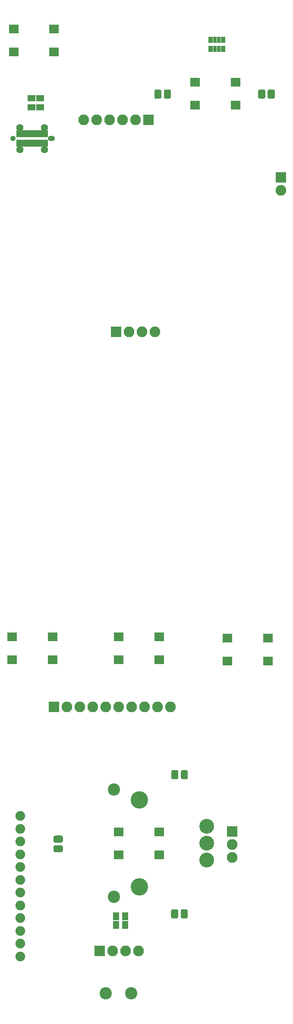
<source format=gbr>
G04 #@! TF.GenerationSoftware,KiCad,Pcbnew,5.1.5*
G04 #@! TF.CreationDate,2020-03-20T22:46:19-05:00*
G04 #@! TF.ProjectId,Reflow,5265666c-6f77-42e6-9b69-6361645f7063,rev?*
G04 #@! TF.SameCoordinates,Original*
G04 #@! TF.FileFunction,Soldermask,Top*
G04 #@! TF.FilePolarity,Negative*
%FSLAX46Y46*%
G04 Gerber Fmt 4.6, Leading zero omitted, Abs format (unit mm)*
G04 Created by KiCad (PCBNEW 5.1.5) date 2020-03-20 22:46:19*
%MOMM*%
%LPD*%
G04 APERTURE LIST*
%ADD10C,0.100000*%
%ADD11C,1.060000*%
%ADD12O,1.400000X0.980000*%
%ADD13R,0.700000X1.400000*%
%ADD14C,1.400000*%
%ADD15C,2.400000*%
%ADD16R,2.100000X2.100000*%
%ADD17O,2.100000X2.100000*%
%ADD18C,1.900000*%
%ADD19R,0.900000X1.200000*%
%ADD20R,0.800000X1.200000*%
%ADD21R,1.950000X1.700000*%
%ADD22C,3.400000*%
%ADD23C,2.900000*%
%ADD24R,1.200000X0.900000*%
%ADD25R,1.200000X0.800000*%
G04 APERTURE END LIST*
D10*
G36*
X204727443Y-66776655D02*
G01*
X204760812Y-66781605D01*
X204793535Y-66789802D01*
X204825297Y-66801166D01*
X204855793Y-66815590D01*
X204884727Y-66832932D01*
X204911823Y-66853028D01*
X204936818Y-66875682D01*
X204959472Y-66900677D01*
X204979568Y-66927773D01*
X204996910Y-66956707D01*
X205011334Y-66987203D01*
X205022698Y-67018965D01*
X205030895Y-67051688D01*
X205035845Y-67085057D01*
X205037500Y-67118750D01*
X205037500Y-68231250D01*
X205035845Y-68264943D01*
X205030895Y-68298312D01*
X205022698Y-68331035D01*
X205011334Y-68362797D01*
X204996910Y-68393293D01*
X204979568Y-68422227D01*
X204959472Y-68449323D01*
X204936818Y-68474318D01*
X204911823Y-68496972D01*
X204884727Y-68517068D01*
X204855793Y-68534410D01*
X204825297Y-68548834D01*
X204793535Y-68560198D01*
X204760812Y-68568395D01*
X204727443Y-68573345D01*
X204693750Y-68575000D01*
X204006250Y-68575000D01*
X203972557Y-68573345D01*
X203939188Y-68568395D01*
X203906465Y-68560198D01*
X203874703Y-68548834D01*
X203844207Y-68534410D01*
X203815273Y-68517068D01*
X203788177Y-68496972D01*
X203763182Y-68474318D01*
X203740528Y-68449323D01*
X203720432Y-68422227D01*
X203703090Y-68393293D01*
X203688666Y-68362797D01*
X203677302Y-68331035D01*
X203669105Y-68298312D01*
X203664155Y-68264943D01*
X203662500Y-68231250D01*
X203662500Y-67118750D01*
X203664155Y-67085057D01*
X203669105Y-67051688D01*
X203677302Y-67018965D01*
X203688666Y-66987203D01*
X203703090Y-66956707D01*
X203720432Y-66927773D01*
X203740528Y-66900677D01*
X203763182Y-66875682D01*
X203788177Y-66853028D01*
X203815273Y-66832932D01*
X203844207Y-66815590D01*
X203874703Y-66801166D01*
X203906465Y-66789802D01*
X203939188Y-66781605D01*
X203972557Y-66776655D01*
X204006250Y-66775000D01*
X204693750Y-66775000D01*
X204727443Y-66776655D01*
G37*
G36*
X202852443Y-66776655D02*
G01*
X202885812Y-66781605D01*
X202918535Y-66789802D01*
X202950297Y-66801166D01*
X202980793Y-66815590D01*
X203009727Y-66832932D01*
X203036823Y-66853028D01*
X203061818Y-66875682D01*
X203084472Y-66900677D01*
X203104568Y-66927773D01*
X203121910Y-66956707D01*
X203136334Y-66987203D01*
X203147698Y-67018965D01*
X203155895Y-67051688D01*
X203160845Y-67085057D01*
X203162500Y-67118750D01*
X203162500Y-68231250D01*
X203160845Y-68264943D01*
X203155895Y-68298312D01*
X203147698Y-68331035D01*
X203136334Y-68362797D01*
X203121910Y-68393293D01*
X203104568Y-68422227D01*
X203084472Y-68449323D01*
X203061818Y-68474318D01*
X203036823Y-68496972D01*
X203009727Y-68517068D01*
X202980793Y-68534410D01*
X202950297Y-68548834D01*
X202918535Y-68560198D01*
X202885812Y-68568395D01*
X202852443Y-68573345D01*
X202818750Y-68575000D01*
X202131250Y-68575000D01*
X202097557Y-68573345D01*
X202064188Y-68568395D01*
X202031465Y-68560198D01*
X201999703Y-68548834D01*
X201969207Y-68534410D01*
X201940273Y-68517068D01*
X201913177Y-68496972D01*
X201888182Y-68474318D01*
X201865528Y-68449323D01*
X201845432Y-68422227D01*
X201828090Y-68393293D01*
X201813666Y-68362797D01*
X201802302Y-68331035D01*
X201794105Y-68298312D01*
X201789155Y-68264943D01*
X201787500Y-68231250D01*
X201787500Y-67118750D01*
X201789155Y-67085057D01*
X201794105Y-67051688D01*
X201802302Y-67018965D01*
X201813666Y-66987203D01*
X201828090Y-66956707D01*
X201845432Y-66927773D01*
X201865528Y-66900677D01*
X201888182Y-66875682D01*
X201913177Y-66853028D01*
X201940273Y-66832932D01*
X201969207Y-66815590D01*
X201999703Y-66801166D01*
X202031465Y-66789802D01*
X202064188Y-66781605D01*
X202097557Y-66776655D01*
X202131250Y-66775000D01*
X202818750Y-66775000D01*
X202852443Y-66776655D01*
G37*
G36*
X225102443Y-66776655D02*
G01*
X225135812Y-66781605D01*
X225168535Y-66789802D01*
X225200297Y-66801166D01*
X225230793Y-66815590D01*
X225259727Y-66832932D01*
X225286823Y-66853028D01*
X225311818Y-66875682D01*
X225334472Y-66900677D01*
X225354568Y-66927773D01*
X225371910Y-66956707D01*
X225386334Y-66987203D01*
X225397698Y-67018965D01*
X225405895Y-67051688D01*
X225410845Y-67085057D01*
X225412500Y-67118750D01*
X225412500Y-68231250D01*
X225410845Y-68264943D01*
X225405895Y-68298312D01*
X225397698Y-68331035D01*
X225386334Y-68362797D01*
X225371910Y-68393293D01*
X225354568Y-68422227D01*
X225334472Y-68449323D01*
X225311818Y-68474318D01*
X225286823Y-68496972D01*
X225259727Y-68517068D01*
X225230793Y-68534410D01*
X225200297Y-68548834D01*
X225168535Y-68560198D01*
X225135812Y-68568395D01*
X225102443Y-68573345D01*
X225068750Y-68575000D01*
X224381250Y-68575000D01*
X224347557Y-68573345D01*
X224314188Y-68568395D01*
X224281465Y-68560198D01*
X224249703Y-68548834D01*
X224219207Y-68534410D01*
X224190273Y-68517068D01*
X224163177Y-68496972D01*
X224138182Y-68474318D01*
X224115528Y-68449323D01*
X224095432Y-68422227D01*
X224078090Y-68393293D01*
X224063666Y-68362797D01*
X224052302Y-68331035D01*
X224044105Y-68298312D01*
X224039155Y-68264943D01*
X224037500Y-68231250D01*
X224037500Y-67118750D01*
X224039155Y-67085057D01*
X224044105Y-67051688D01*
X224052302Y-67018965D01*
X224063666Y-66987203D01*
X224078090Y-66956707D01*
X224095432Y-66927773D01*
X224115528Y-66900677D01*
X224138182Y-66875682D01*
X224163177Y-66853028D01*
X224190273Y-66832932D01*
X224219207Y-66815590D01*
X224249703Y-66801166D01*
X224281465Y-66789802D01*
X224314188Y-66781605D01*
X224347557Y-66776655D01*
X224381250Y-66775000D01*
X225068750Y-66775000D01*
X225102443Y-66776655D01*
G37*
G36*
X223227443Y-66776655D02*
G01*
X223260812Y-66781605D01*
X223293535Y-66789802D01*
X223325297Y-66801166D01*
X223355793Y-66815590D01*
X223384727Y-66832932D01*
X223411823Y-66853028D01*
X223436818Y-66875682D01*
X223459472Y-66900677D01*
X223479568Y-66927773D01*
X223496910Y-66956707D01*
X223511334Y-66987203D01*
X223522698Y-67018965D01*
X223530895Y-67051688D01*
X223535845Y-67085057D01*
X223537500Y-67118750D01*
X223537500Y-68231250D01*
X223535845Y-68264943D01*
X223530895Y-68298312D01*
X223522698Y-68331035D01*
X223511334Y-68362797D01*
X223496910Y-68393293D01*
X223479568Y-68422227D01*
X223459472Y-68449323D01*
X223436818Y-68474318D01*
X223411823Y-68496972D01*
X223384727Y-68517068D01*
X223355793Y-68534410D01*
X223325297Y-68548834D01*
X223293535Y-68560198D01*
X223260812Y-68568395D01*
X223227443Y-68573345D01*
X223193750Y-68575000D01*
X222506250Y-68575000D01*
X222472557Y-68573345D01*
X222439188Y-68568395D01*
X222406465Y-68560198D01*
X222374703Y-68548834D01*
X222344207Y-68534410D01*
X222315273Y-68517068D01*
X222288177Y-68496972D01*
X222263182Y-68474318D01*
X222240528Y-68449323D01*
X222220432Y-68422227D01*
X222203090Y-68393293D01*
X222188666Y-68362797D01*
X222177302Y-68331035D01*
X222169105Y-68298312D01*
X222164155Y-68264943D01*
X222162500Y-68231250D01*
X222162500Y-67118750D01*
X222164155Y-67085057D01*
X222169105Y-67051688D01*
X222177302Y-67018965D01*
X222188666Y-66987203D01*
X222203090Y-66956707D01*
X222220432Y-66927773D01*
X222240528Y-66900677D01*
X222263182Y-66875682D01*
X222288177Y-66853028D01*
X222315273Y-66832932D01*
X222344207Y-66815590D01*
X222374703Y-66801166D01*
X222406465Y-66789802D01*
X222439188Y-66781605D01*
X222472557Y-66776655D01*
X222506250Y-66775000D01*
X223193750Y-66775000D01*
X223227443Y-66776655D01*
G37*
G36*
X183514943Y-212789155D02*
G01*
X183548312Y-212794105D01*
X183581035Y-212802302D01*
X183612797Y-212813666D01*
X183643293Y-212828090D01*
X183672227Y-212845432D01*
X183699323Y-212865528D01*
X183724318Y-212888182D01*
X183746972Y-212913177D01*
X183767068Y-212940273D01*
X183784410Y-212969207D01*
X183798834Y-212999703D01*
X183810198Y-213031465D01*
X183818395Y-213064188D01*
X183823345Y-213097557D01*
X183825000Y-213131250D01*
X183825000Y-213818750D01*
X183823345Y-213852443D01*
X183818395Y-213885812D01*
X183810198Y-213918535D01*
X183798834Y-213950297D01*
X183784410Y-213980793D01*
X183767068Y-214009727D01*
X183746972Y-214036823D01*
X183724318Y-214061818D01*
X183699323Y-214084472D01*
X183672227Y-214104568D01*
X183643293Y-214121910D01*
X183612797Y-214136334D01*
X183581035Y-214147698D01*
X183548312Y-214155895D01*
X183514943Y-214160845D01*
X183481250Y-214162500D01*
X182368750Y-214162500D01*
X182335057Y-214160845D01*
X182301688Y-214155895D01*
X182268965Y-214147698D01*
X182237203Y-214136334D01*
X182206707Y-214121910D01*
X182177773Y-214104568D01*
X182150677Y-214084472D01*
X182125682Y-214061818D01*
X182103028Y-214036823D01*
X182082932Y-214009727D01*
X182065590Y-213980793D01*
X182051166Y-213950297D01*
X182039802Y-213918535D01*
X182031605Y-213885812D01*
X182026655Y-213852443D01*
X182025000Y-213818750D01*
X182025000Y-213131250D01*
X182026655Y-213097557D01*
X182031605Y-213064188D01*
X182039802Y-213031465D01*
X182051166Y-212999703D01*
X182065590Y-212969207D01*
X182082932Y-212940273D01*
X182103028Y-212913177D01*
X182125682Y-212888182D01*
X182150677Y-212865528D01*
X182177773Y-212845432D01*
X182206707Y-212828090D01*
X182237203Y-212813666D01*
X182268965Y-212802302D01*
X182301688Y-212794105D01*
X182335057Y-212789155D01*
X182368750Y-212787500D01*
X183481250Y-212787500D01*
X183514943Y-212789155D01*
G37*
G36*
X183514943Y-214664155D02*
G01*
X183548312Y-214669105D01*
X183581035Y-214677302D01*
X183612797Y-214688666D01*
X183643293Y-214703090D01*
X183672227Y-214720432D01*
X183699323Y-214740528D01*
X183724318Y-214763182D01*
X183746972Y-214788177D01*
X183767068Y-214815273D01*
X183784410Y-214844207D01*
X183798834Y-214874703D01*
X183810198Y-214906465D01*
X183818395Y-214939188D01*
X183823345Y-214972557D01*
X183825000Y-215006250D01*
X183825000Y-215693750D01*
X183823345Y-215727443D01*
X183818395Y-215760812D01*
X183810198Y-215793535D01*
X183798834Y-215825297D01*
X183784410Y-215855793D01*
X183767068Y-215884727D01*
X183746972Y-215911823D01*
X183724318Y-215936818D01*
X183699323Y-215959472D01*
X183672227Y-215979568D01*
X183643293Y-215996910D01*
X183612797Y-216011334D01*
X183581035Y-216022698D01*
X183548312Y-216030895D01*
X183514943Y-216035845D01*
X183481250Y-216037500D01*
X182368750Y-216037500D01*
X182335057Y-216035845D01*
X182301688Y-216030895D01*
X182268965Y-216022698D01*
X182237203Y-216011334D01*
X182206707Y-215996910D01*
X182177773Y-215979568D01*
X182150677Y-215959472D01*
X182125682Y-215936818D01*
X182103028Y-215911823D01*
X182082932Y-215884727D01*
X182065590Y-215855793D01*
X182051166Y-215825297D01*
X182039802Y-215793535D01*
X182031605Y-215760812D01*
X182026655Y-215727443D01*
X182025000Y-215693750D01*
X182025000Y-215006250D01*
X182026655Y-214972557D01*
X182031605Y-214939188D01*
X182039802Y-214906465D01*
X182051166Y-214874703D01*
X182065590Y-214844207D01*
X182082932Y-214815273D01*
X182103028Y-214788177D01*
X182125682Y-214763182D01*
X182150677Y-214740528D01*
X182177773Y-214720432D01*
X182206707Y-214703090D01*
X182237203Y-214688666D01*
X182268965Y-214677302D01*
X182301688Y-214669105D01*
X182335057Y-214664155D01*
X182368750Y-214662500D01*
X183481250Y-214662500D01*
X183514943Y-214664155D01*
G37*
G36*
X206177443Y-199976655D02*
G01*
X206210812Y-199981605D01*
X206243535Y-199989802D01*
X206275297Y-200001166D01*
X206305793Y-200015590D01*
X206334727Y-200032932D01*
X206361823Y-200053028D01*
X206386818Y-200075682D01*
X206409472Y-200100677D01*
X206429568Y-200127773D01*
X206446910Y-200156707D01*
X206461334Y-200187203D01*
X206472698Y-200218965D01*
X206480895Y-200251688D01*
X206485845Y-200285057D01*
X206487500Y-200318750D01*
X206487500Y-201431250D01*
X206485845Y-201464943D01*
X206480895Y-201498312D01*
X206472698Y-201531035D01*
X206461334Y-201562797D01*
X206446910Y-201593293D01*
X206429568Y-201622227D01*
X206409472Y-201649323D01*
X206386818Y-201674318D01*
X206361823Y-201696972D01*
X206334727Y-201717068D01*
X206305793Y-201734410D01*
X206275297Y-201748834D01*
X206243535Y-201760198D01*
X206210812Y-201768395D01*
X206177443Y-201773345D01*
X206143750Y-201775000D01*
X205456250Y-201775000D01*
X205422557Y-201773345D01*
X205389188Y-201768395D01*
X205356465Y-201760198D01*
X205324703Y-201748834D01*
X205294207Y-201734410D01*
X205265273Y-201717068D01*
X205238177Y-201696972D01*
X205213182Y-201674318D01*
X205190528Y-201649323D01*
X205170432Y-201622227D01*
X205153090Y-201593293D01*
X205138666Y-201562797D01*
X205127302Y-201531035D01*
X205119105Y-201498312D01*
X205114155Y-201464943D01*
X205112500Y-201431250D01*
X205112500Y-200318750D01*
X205114155Y-200285057D01*
X205119105Y-200251688D01*
X205127302Y-200218965D01*
X205138666Y-200187203D01*
X205153090Y-200156707D01*
X205170432Y-200127773D01*
X205190528Y-200100677D01*
X205213182Y-200075682D01*
X205238177Y-200053028D01*
X205265273Y-200032932D01*
X205294207Y-200015590D01*
X205324703Y-200001166D01*
X205356465Y-199989802D01*
X205389188Y-199981605D01*
X205422557Y-199976655D01*
X205456250Y-199975000D01*
X206143750Y-199975000D01*
X206177443Y-199976655D01*
G37*
G36*
X208052443Y-199976655D02*
G01*
X208085812Y-199981605D01*
X208118535Y-199989802D01*
X208150297Y-200001166D01*
X208180793Y-200015590D01*
X208209727Y-200032932D01*
X208236823Y-200053028D01*
X208261818Y-200075682D01*
X208284472Y-200100677D01*
X208304568Y-200127773D01*
X208321910Y-200156707D01*
X208336334Y-200187203D01*
X208347698Y-200218965D01*
X208355895Y-200251688D01*
X208360845Y-200285057D01*
X208362500Y-200318750D01*
X208362500Y-201431250D01*
X208360845Y-201464943D01*
X208355895Y-201498312D01*
X208347698Y-201531035D01*
X208336334Y-201562797D01*
X208321910Y-201593293D01*
X208304568Y-201622227D01*
X208284472Y-201649323D01*
X208261818Y-201674318D01*
X208236823Y-201696972D01*
X208209727Y-201717068D01*
X208180793Y-201734410D01*
X208150297Y-201748834D01*
X208118535Y-201760198D01*
X208085812Y-201768395D01*
X208052443Y-201773345D01*
X208018750Y-201775000D01*
X207331250Y-201775000D01*
X207297557Y-201773345D01*
X207264188Y-201768395D01*
X207231465Y-201760198D01*
X207199703Y-201748834D01*
X207169207Y-201734410D01*
X207140273Y-201717068D01*
X207113177Y-201696972D01*
X207088182Y-201674318D01*
X207065528Y-201649323D01*
X207045432Y-201622227D01*
X207028090Y-201593293D01*
X207013666Y-201562797D01*
X207002302Y-201531035D01*
X206994105Y-201498312D01*
X206989155Y-201464943D01*
X206987500Y-201431250D01*
X206987500Y-200318750D01*
X206989155Y-200285057D01*
X206994105Y-200251688D01*
X207002302Y-200218965D01*
X207013666Y-200187203D01*
X207028090Y-200156707D01*
X207045432Y-200127773D01*
X207065528Y-200100677D01*
X207088182Y-200075682D01*
X207113177Y-200053028D01*
X207140273Y-200032932D01*
X207169207Y-200015590D01*
X207199703Y-200001166D01*
X207231465Y-199989802D01*
X207264188Y-199981605D01*
X207297557Y-199976655D01*
X207331250Y-199975000D01*
X208018750Y-199975000D01*
X208052443Y-199976655D01*
G37*
G36*
X208014943Y-227201655D02*
G01*
X208048312Y-227206605D01*
X208081035Y-227214802D01*
X208112797Y-227226166D01*
X208143293Y-227240590D01*
X208172227Y-227257932D01*
X208199323Y-227278028D01*
X208224318Y-227300682D01*
X208246972Y-227325677D01*
X208267068Y-227352773D01*
X208284410Y-227381707D01*
X208298834Y-227412203D01*
X208310198Y-227443965D01*
X208318395Y-227476688D01*
X208323345Y-227510057D01*
X208325000Y-227543750D01*
X208325000Y-228656250D01*
X208323345Y-228689943D01*
X208318395Y-228723312D01*
X208310198Y-228756035D01*
X208298834Y-228787797D01*
X208284410Y-228818293D01*
X208267068Y-228847227D01*
X208246972Y-228874323D01*
X208224318Y-228899318D01*
X208199323Y-228921972D01*
X208172227Y-228942068D01*
X208143293Y-228959410D01*
X208112797Y-228973834D01*
X208081035Y-228985198D01*
X208048312Y-228993395D01*
X208014943Y-228998345D01*
X207981250Y-229000000D01*
X207293750Y-229000000D01*
X207260057Y-228998345D01*
X207226688Y-228993395D01*
X207193965Y-228985198D01*
X207162203Y-228973834D01*
X207131707Y-228959410D01*
X207102773Y-228942068D01*
X207075677Y-228921972D01*
X207050682Y-228899318D01*
X207028028Y-228874323D01*
X207007932Y-228847227D01*
X206990590Y-228818293D01*
X206976166Y-228787797D01*
X206964802Y-228756035D01*
X206956605Y-228723312D01*
X206951655Y-228689943D01*
X206950000Y-228656250D01*
X206950000Y-227543750D01*
X206951655Y-227510057D01*
X206956605Y-227476688D01*
X206964802Y-227443965D01*
X206976166Y-227412203D01*
X206990590Y-227381707D01*
X207007932Y-227352773D01*
X207028028Y-227325677D01*
X207050682Y-227300682D01*
X207075677Y-227278028D01*
X207102773Y-227257932D01*
X207131707Y-227240590D01*
X207162203Y-227226166D01*
X207193965Y-227214802D01*
X207226688Y-227206605D01*
X207260057Y-227201655D01*
X207293750Y-227200000D01*
X207981250Y-227200000D01*
X208014943Y-227201655D01*
G37*
G36*
X206139943Y-227201655D02*
G01*
X206173312Y-227206605D01*
X206206035Y-227214802D01*
X206237797Y-227226166D01*
X206268293Y-227240590D01*
X206297227Y-227257932D01*
X206324323Y-227278028D01*
X206349318Y-227300682D01*
X206371972Y-227325677D01*
X206392068Y-227352773D01*
X206409410Y-227381707D01*
X206423834Y-227412203D01*
X206435198Y-227443965D01*
X206443395Y-227476688D01*
X206448345Y-227510057D01*
X206450000Y-227543750D01*
X206450000Y-228656250D01*
X206448345Y-228689943D01*
X206443395Y-228723312D01*
X206435198Y-228756035D01*
X206423834Y-228787797D01*
X206409410Y-228818293D01*
X206392068Y-228847227D01*
X206371972Y-228874323D01*
X206349318Y-228899318D01*
X206324323Y-228921972D01*
X206297227Y-228942068D01*
X206268293Y-228959410D01*
X206237797Y-228973834D01*
X206206035Y-228985198D01*
X206173312Y-228993395D01*
X206139943Y-228998345D01*
X206106250Y-229000000D01*
X205418750Y-229000000D01*
X205385057Y-228998345D01*
X205351688Y-228993395D01*
X205318965Y-228985198D01*
X205287203Y-228973834D01*
X205256707Y-228959410D01*
X205227773Y-228942068D01*
X205200677Y-228921972D01*
X205175682Y-228899318D01*
X205153028Y-228874323D01*
X205132932Y-228847227D01*
X205115590Y-228818293D01*
X205101166Y-228787797D01*
X205089802Y-228756035D01*
X205081605Y-228723312D01*
X205076655Y-228689943D01*
X205075000Y-228656250D01*
X205075000Y-227543750D01*
X205076655Y-227510057D01*
X205081605Y-227476688D01*
X205089802Y-227443965D01*
X205101166Y-227412203D01*
X205115590Y-227381707D01*
X205132932Y-227352773D01*
X205153028Y-227325677D01*
X205175682Y-227300682D01*
X205200677Y-227278028D01*
X205227773Y-227257932D01*
X205256707Y-227240590D01*
X205287203Y-227226166D01*
X205318965Y-227214802D01*
X205351688Y-227206605D01*
X205385057Y-227201655D01*
X205418750Y-227200000D01*
X206106250Y-227200000D01*
X206139943Y-227201655D01*
G37*
D11*
X174075000Y-76375000D03*
D12*
X181575000Y-76375000D03*
D13*
X175075000Y-75425000D03*
X175575000Y-75425000D03*
X176075000Y-75425000D03*
X176575000Y-75425000D03*
X177075000Y-75425000D03*
X177575000Y-75425000D03*
X178075000Y-75425000D03*
X178575000Y-75425000D03*
X179075000Y-75425000D03*
X179575000Y-75425000D03*
X180075000Y-75425000D03*
X180575000Y-75425000D03*
X180575000Y-77325000D03*
X180075000Y-77325000D03*
X179575000Y-77325000D03*
X179075000Y-77325000D03*
X178575000Y-77325000D03*
X178075000Y-77325000D03*
X177575000Y-77325000D03*
X177075000Y-77325000D03*
X176575000Y-77325000D03*
X176075000Y-77325000D03*
X175575000Y-77325000D03*
X175075000Y-77325000D03*
D14*
X180225000Y-74225000D03*
X180225000Y-78525000D03*
X175425000Y-78525000D03*
X175425000Y-74225000D03*
D15*
X192240000Y-243700000D03*
X197240000Y-243700000D03*
D16*
X182110000Y-187600000D03*
D17*
X184650000Y-187600000D03*
X187190000Y-187600000D03*
X189730000Y-187600000D03*
X192270000Y-187600000D03*
X194810000Y-187600000D03*
X197350000Y-187600000D03*
X199890000Y-187600000D03*
X202430000Y-187600000D03*
X204970000Y-187600000D03*
D18*
X175525000Y-221450000D03*
X175525000Y-218950000D03*
X175525000Y-216450000D03*
X175525000Y-213950000D03*
X175525000Y-211450000D03*
X175525000Y-208950000D03*
X175525000Y-223950000D03*
X175525000Y-226450000D03*
X175525000Y-228950000D03*
X175525000Y-231450000D03*
X175525000Y-233950000D03*
X175525000Y-236450000D03*
D16*
X191060000Y-235390000D03*
D17*
X193600000Y-235390000D03*
X196140000Y-235390000D03*
X198680000Y-235390000D03*
D16*
X200655000Y-72750000D03*
D17*
X198115000Y-72750000D03*
X195575000Y-72750000D03*
X193035000Y-72750000D03*
X190495000Y-72750000D03*
X187955000Y-72750000D03*
D16*
X226600000Y-84010000D03*
D17*
X226600000Y-86550000D03*
D16*
X217075000Y-211975000D03*
D17*
X217075000Y-214515000D03*
X217075000Y-217055000D03*
D19*
X177350000Y-70250000D03*
D20*
X178950000Y-70250000D03*
X178150000Y-70250000D03*
D19*
X179750000Y-70250000D03*
D20*
X178150000Y-68450000D03*
D19*
X177350000Y-68450000D03*
D20*
X178950000Y-68450000D03*
D19*
X179750000Y-68450000D03*
X215250000Y-57075000D03*
D20*
X213650000Y-57075000D03*
X214450000Y-57075000D03*
D19*
X212850000Y-57075000D03*
D20*
X214450000Y-58875000D03*
D19*
X215250000Y-58875000D03*
D20*
X213650000Y-58875000D03*
D19*
X212850000Y-58875000D03*
D21*
X182125000Y-59400000D03*
X182125000Y-54900000D03*
X174175000Y-54900000D03*
X174175000Y-59400000D03*
X209800000Y-69825000D03*
X209800000Y-65325000D03*
X217750000Y-65325000D03*
X217750000Y-69825000D03*
X216100000Y-178650000D03*
X216100000Y-174150000D03*
X224050000Y-174150000D03*
X224050000Y-178650000D03*
X173850000Y-178400000D03*
X173850000Y-173900000D03*
X181800000Y-173900000D03*
X181800000Y-178400000D03*
X202725000Y-178400000D03*
X202725000Y-173900000D03*
X194775000Y-173900000D03*
X194775000Y-178400000D03*
D22*
X198850000Y-205800000D03*
X198850000Y-222800000D03*
D15*
X193850000Y-203800000D03*
X193850000Y-224800000D03*
D23*
X212050000Y-214300000D03*
X212050000Y-211000000D03*
X212100000Y-217600000D03*
D21*
X194800000Y-216550000D03*
X194800000Y-212050000D03*
X202750000Y-212050000D03*
X202750000Y-216550000D03*
D24*
X194275000Y-228225000D03*
D25*
X194275000Y-229825000D03*
X194275000Y-229025000D03*
D24*
X194275000Y-230625000D03*
D25*
X196075000Y-229025000D03*
D24*
X196075000Y-228225000D03*
D25*
X196075000Y-229825000D03*
D24*
X196075000Y-230625000D03*
D16*
X194320000Y-114190000D03*
D17*
X196860000Y-114190000D03*
X199400000Y-114190000D03*
X201940000Y-114190000D03*
M02*

</source>
